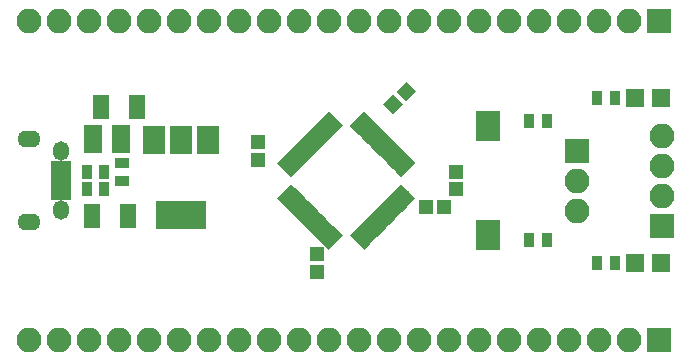
<source format=gbr>
G04 #@! TF.GenerationSoftware,KiCad,Pcbnew,(2017-05-18 revision 2a3a699)-master*
G04 #@! TF.CreationDate,2017-06-17T08:25:41+03:00*
G04 #@! TF.ProjectId,stm32f072c8tx_breakout,73746D333266303732633874785F6272,rev?*
G04 #@! TF.FileFunction,Soldermask,Top*
G04 #@! TF.FilePolarity,Negative*
%FSLAX46Y46*%
G04 Gerber Fmt 4.6, Leading zero omitted, Abs format (unit mm)*
G04 Created by KiCad (PCBNEW (2017-05-18 revision 2a3a699)-master) date Sat Jun 17 08:25:41 2017*
%MOMM*%
%LPD*%
G01*
G04 APERTURE LIST*
%ADD10C,0.100000*%
%ADD11O,1.950000X1.400000*%
%ADD12O,1.350000X1.650000*%
%ADD13R,1.750000X0.800000*%
%ADD14R,2.100000X2.100000*%
%ADD15O,2.100000X2.100000*%
%ADD16R,2.000000X2.580000*%
%ADD17R,1.150000X1.200000*%
%ADD18C,1.150000*%
%ADD19R,1.200000X1.150000*%
%ADD20R,1.400000X2.000000*%
%ADD21R,1.540000X2.430000*%
%ADD22C,0.650000*%
%ADD23R,1.600000X1.600000*%
%ADD24R,0.900000X1.300000*%
%ADD25R,1.300000X0.900000*%
%ADD26R,1.900000X2.400000*%
%ADD27R,4.200000X2.400000*%
G04 APERTURE END LIST*
D10*
D11*
X99650000Y-118500000D03*
X99650000Y-111500000D03*
D12*
X102350000Y-117500000D03*
X102350000Y-112500000D03*
D13*
X102350000Y-116300000D03*
X102350000Y-115650000D03*
X102350000Y-115000000D03*
X102350000Y-114350000D03*
X102350000Y-113700000D03*
D14*
X152960000Y-128500000D03*
D15*
X150420000Y-128500000D03*
X147880000Y-128500000D03*
X145340000Y-128500000D03*
X142800000Y-128500000D03*
X140260000Y-128500000D03*
X137720000Y-128500000D03*
X135180000Y-128500000D03*
X132640000Y-128500000D03*
X130100000Y-128500000D03*
X127560000Y-128500000D03*
X125020000Y-128500000D03*
X122480000Y-128500000D03*
X119940000Y-128500000D03*
X117400000Y-128500000D03*
X114860000Y-128500000D03*
X112320000Y-128500000D03*
X109780000Y-128500000D03*
X107240000Y-128500000D03*
X104700000Y-128500000D03*
X102160000Y-128500000D03*
X99620000Y-128500000D03*
X99620000Y-101500000D03*
X102160000Y-101500000D03*
X104700000Y-101500000D03*
X107240000Y-101500000D03*
X109780000Y-101500000D03*
X112320000Y-101500000D03*
X114860000Y-101500000D03*
X117400000Y-101500000D03*
X119940000Y-101500000D03*
X122480000Y-101500000D03*
X125020000Y-101500000D03*
X127560000Y-101500000D03*
X130100000Y-101500000D03*
X132640000Y-101500000D03*
X135180000Y-101500000D03*
X137720000Y-101500000D03*
X140260000Y-101500000D03*
X142800000Y-101500000D03*
X145340000Y-101500000D03*
X147880000Y-101500000D03*
X150420000Y-101500000D03*
D14*
X152960000Y-101500000D03*
D16*
X138500000Y-110410000D03*
X138500000Y-119590000D03*
D17*
X135750000Y-114250000D03*
X135750000Y-115750000D03*
X124000000Y-122750000D03*
X124000000Y-121250000D03*
X119000000Y-113250000D03*
X119000000Y-111750000D03*
D18*
X131530330Y-107469670D03*
D10*
G36*
X131512652Y-108300520D02*
X130699480Y-107487348D01*
X131548008Y-106638820D01*
X132361180Y-107451992D01*
X131512652Y-108300520D01*
X131512652Y-108300520D01*
G37*
D18*
X130469670Y-108530330D03*
D10*
G36*
X130451992Y-109361180D02*
X129638820Y-108548008D01*
X130487348Y-107699480D01*
X131300520Y-108512652D01*
X130451992Y-109361180D01*
X130451992Y-109361180D01*
G37*
D19*
X134750000Y-117250000D03*
X133250000Y-117250000D03*
D20*
X108750000Y-108750000D03*
X105750000Y-108750000D03*
X105000000Y-118000000D03*
X108000000Y-118000000D03*
D21*
X105050000Y-111500000D03*
X107450000Y-111500000D03*
D22*
X131520458Y-116131371D03*
D10*
G36*
X130689608Y-115760140D02*
X131149227Y-115300521D01*
X132351308Y-116502602D01*
X131891689Y-116962221D01*
X130689608Y-115760140D01*
X130689608Y-115760140D01*
G37*
D22*
X131166905Y-116484924D03*
D10*
G36*
X130336055Y-116113693D02*
X130795674Y-115654074D01*
X131997755Y-116856155D01*
X131538136Y-117315774D01*
X130336055Y-116113693D01*
X130336055Y-116113693D01*
G37*
D22*
X130813351Y-116838478D03*
D10*
G36*
X129982501Y-116467247D02*
X130442120Y-116007628D01*
X131644201Y-117209709D01*
X131184582Y-117669328D01*
X129982501Y-116467247D01*
X129982501Y-116467247D01*
G37*
D22*
X130459798Y-117192031D03*
D10*
G36*
X129628948Y-116820800D02*
X130088567Y-116361181D01*
X131290648Y-117563262D01*
X130831029Y-118022881D01*
X129628948Y-116820800D01*
X129628948Y-116820800D01*
G37*
D22*
X130106245Y-117545584D03*
D10*
G36*
X129275395Y-117174353D02*
X129735014Y-116714734D01*
X130937095Y-117916815D01*
X130477476Y-118376434D01*
X129275395Y-117174353D01*
X129275395Y-117174353D01*
G37*
D22*
X129752691Y-117899138D03*
D10*
G36*
X128921841Y-117527907D02*
X129381460Y-117068288D01*
X130583541Y-118270369D01*
X130123922Y-118729988D01*
X128921841Y-117527907D01*
X128921841Y-117527907D01*
G37*
D22*
X129399138Y-118252691D03*
D10*
G36*
X128568288Y-117881460D02*
X129027907Y-117421841D01*
X130229988Y-118623922D01*
X129770369Y-119083541D01*
X128568288Y-117881460D01*
X128568288Y-117881460D01*
G37*
D22*
X129045584Y-118606245D03*
D10*
G36*
X128214734Y-118235014D02*
X128674353Y-117775395D01*
X129876434Y-118977476D01*
X129416815Y-119437095D01*
X128214734Y-118235014D01*
X128214734Y-118235014D01*
G37*
D22*
X128692031Y-118959798D03*
D10*
G36*
X127861181Y-118588567D02*
X128320800Y-118128948D01*
X129522881Y-119331029D01*
X129063262Y-119790648D01*
X127861181Y-118588567D01*
X127861181Y-118588567D01*
G37*
D22*
X128338478Y-119313351D03*
D10*
G36*
X127507628Y-118942120D02*
X127967247Y-118482501D01*
X129169328Y-119684582D01*
X128709709Y-120144201D01*
X127507628Y-118942120D01*
X127507628Y-118942120D01*
G37*
D22*
X127984924Y-119666905D03*
D10*
G36*
X127154074Y-119295674D02*
X127613693Y-118836055D01*
X128815774Y-120038136D01*
X128356155Y-120497755D01*
X127154074Y-119295674D01*
X127154074Y-119295674D01*
G37*
D22*
X127631371Y-120020458D03*
D10*
G36*
X126800521Y-119649227D02*
X127260140Y-119189608D01*
X128462221Y-120391689D01*
X128002602Y-120851308D01*
X126800521Y-119649227D01*
X126800521Y-119649227D01*
G37*
D22*
X125368629Y-120020458D03*
D10*
G36*
X125739860Y-119189608D02*
X126199479Y-119649227D01*
X124997398Y-120851308D01*
X124537779Y-120391689D01*
X125739860Y-119189608D01*
X125739860Y-119189608D01*
G37*
D22*
X125015076Y-119666905D03*
D10*
G36*
X125386307Y-118836055D02*
X125845926Y-119295674D01*
X124643845Y-120497755D01*
X124184226Y-120038136D01*
X125386307Y-118836055D01*
X125386307Y-118836055D01*
G37*
D22*
X124661522Y-119313351D03*
D10*
G36*
X125032753Y-118482501D02*
X125492372Y-118942120D01*
X124290291Y-120144201D01*
X123830672Y-119684582D01*
X125032753Y-118482501D01*
X125032753Y-118482501D01*
G37*
D22*
X124307969Y-118959798D03*
D10*
G36*
X124679200Y-118128948D02*
X125138819Y-118588567D01*
X123936738Y-119790648D01*
X123477119Y-119331029D01*
X124679200Y-118128948D01*
X124679200Y-118128948D01*
G37*
D22*
X123954416Y-118606245D03*
D10*
G36*
X124325647Y-117775395D02*
X124785266Y-118235014D01*
X123583185Y-119437095D01*
X123123566Y-118977476D01*
X124325647Y-117775395D01*
X124325647Y-117775395D01*
G37*
D22*
X123600862Y-118252691D03*
D10*
G36*
X123972093Y-117421841D02*
X124431712Y-117881460D01*
X123229631Y-119083541D01*
X122770012Y-118623922D01*
X123972093Y-117421841D01*
X123972093Y-117421841D01*
G37*
D22*
X123247309Y-117899138D03*
D10*
G36*
X123618540Y-117068288D02*
X124078159Y-117527907D01*
X122876078Y-118729988D01*
X122416459Y-118270369D01*
X123618540Y-117068288D01*
X123618540Y-117068288D01*
G37*
D22*
X122893755Y-117545584D03*
D10*
G36*
X123264986Y-116714734D02*
X123724605Y-117174353D01*
X122522524Y-118376434D01*
X122062905Y-117916815D01*
X123264986Y-116714734D01*
X123264986Y-116714734D01*
G37*
D22*
X122540202Y-117192031D03*
D10*
G36*
X122911433Y-116361181D02*
X123371052Y-116820800D01*
X122168971Y-118022881D01*
X121709352Y-117563262D01*
X122911433Y-116361181D01*
X122911433Y-116361181D01*
G37*
D22*
X122186649Y-116838478D03*
D10*
G36*
X122557880Y-116007628D02*
X123017499Y-116467247D01*
X121815418Y-117669328D01*
X121355799Y-117209709D01*
X122557880Y-116007628D01*
X122557880Y-116007628D01*
G37*
D22*
X121833095Y-116484924D03*
D10*
G36*
X122204326Y-115654074D02*
X122663945Y-116113693D01*
X121461864Y-117315774D01*
X121002245Y-116856155D01*
X122204326Y-115654074D01*
X122204326Y-115654074D01*
G37*
D22*
X121479542Y-116131371D03*
D10*
G36*
X121850773Y-115300521D02*
X122310392Y-115760140D01*
X121108311Y-116962221D01*
X120648692Y-116502602D01*
X121850773Y-115300521D01*
X121850773Y-115300521D01*
G37*
D22*
X121479542Y-113868629D03*
D10*
G36*
X120648692Y-113497398D02*
X121108311Y-113037779D01*
X122310392Y-114239860D01*
X121850773Y-114699479D01*
X120648692Y-113497398D01*
X120648692Y-113497398D01*
G37*
D22*
X121833095Y-113515076D03*
D10*
G36*
X121002245Y-113143845D02*
X121461864Y-112684226D01*
X122663945Y-113886307D01*
X122204326Y-114345926D01*
X121002245Y-113143845D01*
X121002245Y-113143845D01*
G37*
D22*
X122186649Y-113161522D03*
D10*
G36*
X121355799Y-112790291D02*
X121815418Y-112330672D01*
X123017499Y-113532753D01*
X122557880Y-113992372D01*
X121355799Y-112790291D01*
X121355799Y-112790291D01*
G37*
D22*
X122540202Y-112807969D03*
D10*
G36*
X121709352Y-112436738D02*
X122168971Y-111977119D01*
X123371052Y-113179200D01*
X122911433Y-113638819D01*
X121709352Y-112436738D01*
X121709352Y-112436738D01*
G37*
D22*
X122893755Y-112454416D03*
D10*
G36*
X122062905Y-112083185D02*
X122522524Y-111623566D01*
X123724605Y-112825647D01*
X123264986Y-113285266D01*
X122062905Y-112083185D01*
X122062905Y-112083185D01*
G37*
D22*
X123247309Y-112100862D03*
D10*
G36*
X122416459Y-111729631D02*
X122876078Y-111270012D01*
X124078159Y-112472093D01*
X123618540Y-112931712D01*
X122416459Y-111729631D01*
X122416459Y-111729631D01*
G37*
D22*
X123600862Y-111747309D03*
D10*
G36*
X122770012Y-111376078D02*
X123229631Y-110916459D01*
X124431712Y-112118540D01*
X123972093Y-112578159D01*
X122770012Y-111376078D01*
X122770012Y-111376078D01*
G37*
D22*
X123954416Y-111393755D03*
D10*
G36*
X123123566Y-111022524D02*
X123583185Y-110562905D01*
X124785266Y-111764986D01*
X124325647Y-112224605D01*
X123123566Y-111022524D01*
X123123566Y-111022524D01*
G37*
D22*
X124307969Y-111040202D03*
D10*
G36*
X123477119Y-110668971D02*
X123936738Y-110209352D01*
X125138819Y-111411433D01*
X124679200Y-111871052D01*
X123477119Y-110668971D01*
X123477119Y-110668971D01*
G37*
D22*
X124661522Y-110686649D03*
D10*
G36*
X123830672Y-110315418D02*
X124290291Y-109855799D01*
X125492372Y-111057880D01*
X125032753Y-111517499D01*
X123830672Y-110315418D01*
X123830672Y-110315418D01*
G37*
D22*
X125015076Y-110333095D03*
D10*
G36*
X124184226Y-109961864D02*
X124643845Y-109502245D01*
X125845926Y-110704326D01*
X125386307Y-111163945D01*
X124184226Y-109961864D01*
X124184226Y-109961864D01*
G37*
D22*
X125368629Y-109979542D03*
D10*
G36*
X124537779Y-109608311D02*
X124997398Y-109148692D01*
X126199479Y-110350773D01*
X125739860Y-110810392D01*
X124537779Y-109608311D01*
X124537779Y-109608311D01*
G37*
D22*
X127631371Y-109979542D03*
D10*
G36*
X128002602Y-109148692D02*
X128462221Y-109608311D01*
X127260140Y-110810392D01*
X126800521Y-110350773D01*
X128002602Y-109148692D01*
X128002602Y-109148692D01*
G37*
D22*
X127984924Y-110333095D03*
D10*
G36*
X128356155Y-109502245D02*
X128815774Y-109961864D01*
X127613693Y-111163945D01*
X127154074Y-110704326D01*
X128356155Y-109502245D01*
X128356155Y-109502245D01*
G37*
D22*
X128338478Y-110686649D03*
D10*
G36*
X128709709Y-109855799D02*
X129169328Y-110315418D01*
X127967247Y-111517499D01*
X127507628Y-111057880D01*
X128709709Y-109855799D01*
X128709709Y-109855799D01*
G37*
D22*
X128692031Y-111040202D03*
D10*
G36*
X129063262Y-110209352D02*
X129522881Y-110668971D01*
X128320800Y-111871052D01*
X127861181Y-111411433D01*
X129063262Y-110209352D01*
X129063262Y-110209352D01*
G37*
D22*
X129045584Y-111393755D03*
D10*
G36*
X129416815Y-110562905D02*
X129876434Y-111022524D01*
X128674353Y-112224605D01*
X128214734Y-111764986D01*
X129416815Y-110562905D01*
X129416815Y-110562905D01*
G37*
D22*
X129399138Y-111747309D03*
D10*
G36*
X129770369Y-110916459D02*
X130229988Y-111376078D01*
X129027907Y-112578159D01*
X128568288Y-112118540D01*
X129770369Y-110916459D01*
X129770369Y-110916459D01*
G37*
D22*
X129752691Y-112100862D03*
D10*
G36*
X130123922Y-111270012D02*
X130583541Y-111729631D01*
X129381460Y-112931712D01*
X128921841Y-112472093D01*
X130123922Y-111270012D01*
X130123922Y-111270012D01*
G37*
D22*
X130106245Y-112454416D03*
D10*
G36*
X130477476Y-111623566D02*
X130937095Y-112083185D01*
X129735014Y-113285266D01*
X129275395Y-112825647D01*
X130477476Y-111623566D01*
X130477476Y-111623566D01*
G37*
D22*
X130459798Y-112807969D03*
D10*
G36*
X130831029Y-111977119D02*
X131290648Y-112436738D01*
X130088567Y-113638819D01*
X129628948Y-113179200D01*
X130831029Y-111977119D01*
X130831029Y-111977119D01*
G37*
D22*
X130813351Y-113161522D03*
D10*
G36*
X131184582Y-112330672D02*
X131644201Y-112790291D01*
X130442120Y-113992372D01*
X129982501Y-113532753D01*
X131184582Y-112330672D01*
X131184582Y-112330672D01*
G37*
D22*
X131166905Y-113515076D03*
D10*
G36*
X131538136Y-112684226D02*
X131997755Y-113143845D01*
X130795674Y-114345926D01*
X130336055Y-113886307D01*
X131538136Y-112684226D01*
X131538136Y-112684226D01*
G37*
D22*
X131520458Y-113868629D03*
D10*
G36*
X131891689Y-113037779D02*
X132351308Y-113497398D01*
X131149227Y-114699479D01*
X130689608Y-114239860D01*
X131891689Y-113037779D01*
X131891689Y-113037779D01*
G37*
D23*
X153100000Y-122000000D03*
X150900000Y-122000000D03*
X150900000Y-108000000D03*
X153100000Y-108000000D03*
D15*
X146000000Y-117540000D03*
X146000000Y-115000000D03*
D14*
X146000000Y-112460000D03*
D15*
X153250000Y-111210000D03*
X153250000Y-113750000D03*
X153250000Y-116290000D03*
D14*
X153250000Y-118830000D03*
D24*
X142000000Y-110000000D03*
X143500000Y-110000000D03*
X106000000Y-115750000D03*
X104500000Y-115750000D03*
X104500000Y-114250000D03*
X106000000Y-114250000D03*
D25*
X107500000Y-113500000D03*
X107500000Y-115000000D03*
D24*
X143500000Y-120000000D03*
X142000000Y-120000000D03*
X149250000Y-122000000D03*
X147750000Y-122000000D03*
X147750000Y-108000000D03*
X149250000Y-108000000D03*
D26*
X114800000Y-111600000D03*
X110200000Y-111600000D03*
X112500000Y-111600000D03*
D27*
X112500000Y-117900000D03*
M02*

</source>
